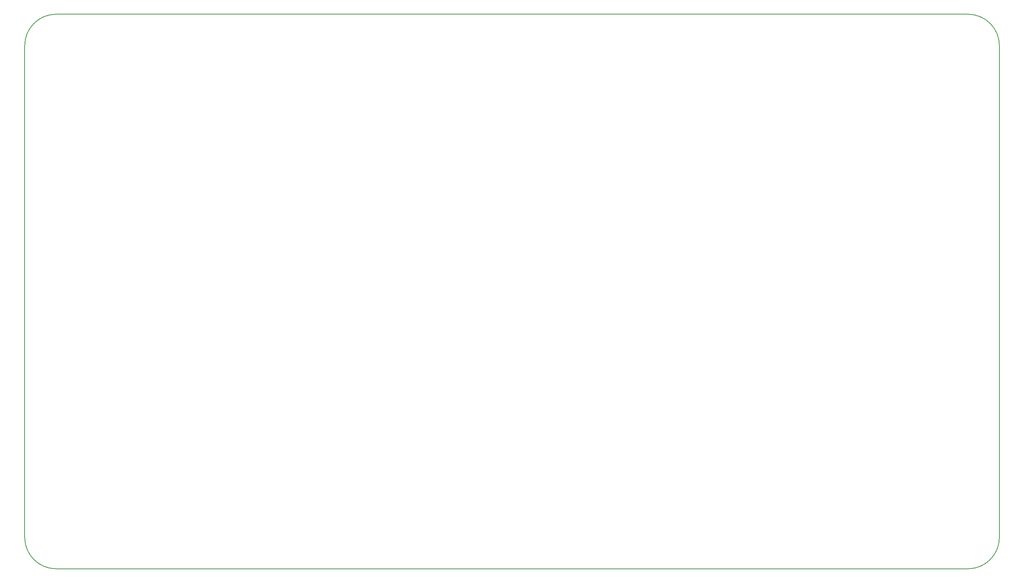
<source format=gm1>
G04 #@! TF.GenerationSoftware,KiCad,Pcbnew,5.0.1*
G04 #@! TF.CreationDate,2018-11-29T02:11:47-05:00*
G04 #@! TF.ProjectId,fightkeyb-pcb,66696768746B6579622D7063622E6B69,rev?*
G04 #@! TF.SameCoordinates,Original*
G04 #@! TF.FileFunction,Profile,NP*
%FSLAX46Y46*%
G04 Gerber Fmt 4.6, Leading zero omitted, Abs format (unit mm)*
G04 Created by KiCad (PCBNEW 5.0.1) date Thu 29 Nov 2018 02:11:47 AM EST*
%MOMM*%
%LPD*%
G01*
G04 APERTURE LIST*
%ADD10C,0.150000*%
G04 APERTURE END LIST*
D10*
X47625000Y-145256250D02*
G75*
G02X40481250Y-138112500I0J7143750D01*
G01*
X40481250Y-26193750D02*
G75*
G02X47625000Y-19050000I7143750J0D01*
G01*
X254793750Y-19050000D02*
G75*
G02X261937500Y-26193750I0J-7143750D01*
G01*
X261937500Y-138112500D02*
G75*
G02X254793750Y-145256250I-7143750J0D01*
G01*
X47625000Y-145256250D02*
X254793750Y-145256250D01*
X261937500Y-138112500D02*
X261937500Y-26193750D01*
X40481250Y-26193750D02*
X40481250Y-138112500D01*
X254793750Y-19050000D02*
X47625000Y-19050000D01*
M02*

</source>
